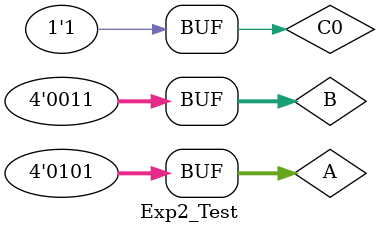
<source format=v>
`timescale 1ns / 1ps


module Exp2_Test;

	// Inputs
	reg [3:0] A;
	reg [3:0] B;
	reg C0;

	// Outputs
	wire [3:0] F;
	wire C4;

	// Instantiate the Unit Under Test (UUT)
	Exp2 uut (
		.F(F), 
		.A(A), 
		.B(B), 
		.C0(C0), 
		.C4(C4)
	);

	initial begin
		// Initialize Inputs
		A = 0;
		B = 0;
		C0 = 0;

		// Wait 100 ns for global reset to finish
		#100;
		A = 4'b0001;
		B = 4'b0111;
		
		#100;
		A = 4'b0011;
		B = 4'b1100;
		
		#100;
		A  = 4'b0111;
		C0 = 1'b1;
		
		#100;
		A = 4'b0101;
		B = 4'b0011;
		C0 = 1'b1;

	end
      
endmodule


</source>
